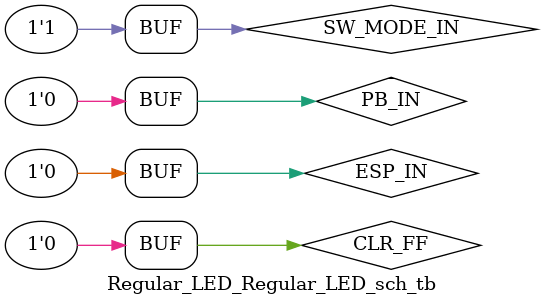
<source format=v>

`timescale 1ns / 1ps

module Regular_LED_Regular_LED_sch_tb();

// Inputs
   reg ESP_IN;
   reg SW_MODE_IN;
   reg PB_IN;
   reg CLR_FF;

// Output
   wire LED_OUT;

// Bidirs

// Instantiate the UUT
   Regular_LED UUT (
		.ESP_IN(ESP_IN), 
		.SW_MODE_IN(SW_MODE_IN), 
		.PB_IN(PB_IN), 
		.CLR_FF(CLR_FF), 
		.LED_OUT(LED_OUT)
   );
// Initialize Inputs
	initial begin
		CLR_FF = 0;
		ESP_IN = 0;
		SW_MODE_IN = 1;
		PB_IN = 0;
		#5;
		PB_IN = 1;
		#5;
		PB_IN = 0;
		#20;
		PB_IN = 1;
		#5;
		PB_IN = 0;
		#20;
		PB_IN = 1;
		#5;
		PB_IN = 0;
		#20;
		PB_IN = 1;
		#5;
		PB_IN = 0;
		
	end
endmodule

</source>
